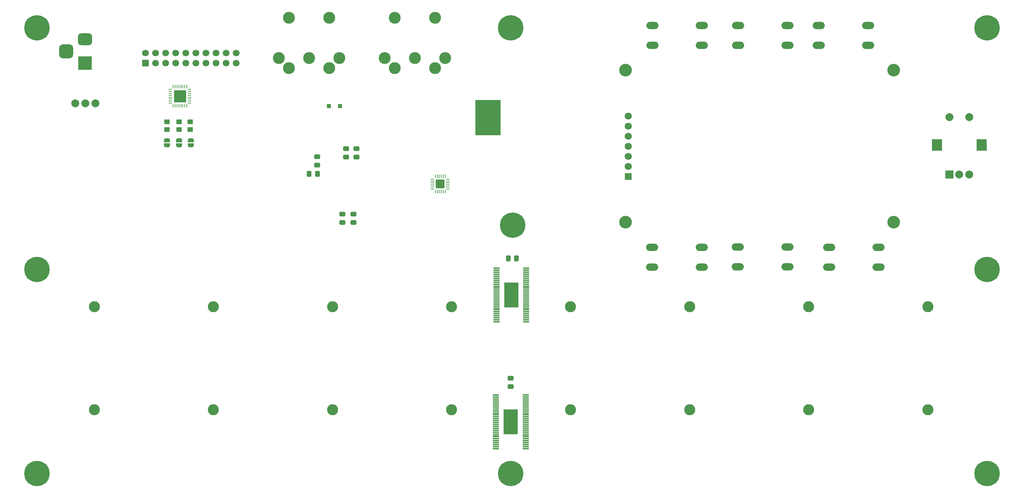
<source format=gbr>
%TF.GenerationSoftware,KiCad,Pcbnew,6.0.1-79c1e3a40b~116~ubuntu20.04.1*%
%TF.CreationDate,2022-02-10T02:08:20+00:00*%
%TF.ProjectId,BassStation_Sequencer_MidiInterface,42617373-5374-4617-9469-6f6e5f536571,B*%
%TF.SameCoordinates,Original*%
%TF.FileFunction,Soldermask,Bot*%
%TF.FilePolarity,Negative*%
%FSLAX46Y46*%
G04 Gerber Fmt 4.6, Leading zero omitted, Abs format (unit mm)*
G04 Created by KiCad (PCBNEW 6.0.1-79c1e3a40b~116~ubuntu20.04.1) date 2022-02-10 02:08:20*
%MOMM*%
%LPD*%
G01*
G04 APERTURE LIST*
G04 Aperture macros list*
%AMRoundRect*
0 Rectangle with rounded corners*
0 $1 Rounding radius*
0 $2 $3 $4 $5 $6 $7 $8 $9 X,Y pos of 4 corners*
0 Add a 4 corners polygon primitive as box body*
4,1,4,$2,$3,$4,$5,$6,$7,$8,$9,$2,$3,0*
0 Add four circle primitives for the rounded corners*
1,1,$1+$1,$2,$3*
1,1,$1+$1,$4,$5*
1,1,$1+$1,$6,$7*
1,1,$1+$1,$8,$9*
0 Add four rect primitives between the rounded corners*
20,1,$1+$1,$2,$3,$4,$5,0*
20,1,$1+$1,$4,$5,$6,$7,0*
20,1,$1+$1,$6,$7,$8,$9,0*
20,1,$1+$1,$8,$9,$2,$3,0*%
%AMFreePoly0*
4,1,22,0.500000,-0.750000,0.000000,-0.750000,0.000000,-0.745033,-0.079941,-0.743568,-0.215256,-0.701293,-0.333266,-0.622738,-0.424486,-0.514219,-0.481581,-0.384460,-0.499164,-0.250000,-0.500000,-0.250000,-0.500000,0.250000,-0.499164,0.250000,-0.499963,0.256109,-0.478152,0.396186,-0.417904,0.524511,-0.324060,0.630769,-0.204165,0.706417,-0.067858,0.745374,0.000000,0.744959,0.000000,0.750000,
0.500000,0.750000,0.500000,-0.750000,0.500000,-0.750000,$1*%
%AMFreePoly1*
4,1,20,0.000000,0.744959,0.073905,0.744508,0.209726,0.703889,0.328688,0.626782,0.421226,0.519385,0.479903,0.390333,0.500000,0.250000,0.500000,-0.250000,0.499851,-0.262216,0.476331,-0.402017,0.414519,-0.529596,0.319384,-0.634700,0.198574,-0.708877,0.061801,-0.746166,0.000000,-0.745033,0.000000,-0.750000,-0.500000,-0.750000,-0.500000,0.750000,0.000000,0.750000,0.000000,0.744959,
0.000000,0.744959,$1*%
G04 Aperture macros list end*
%ADD10C,2.800000*%
%ADD11C,0.800000*%
%ADD12C,6.400000*%
%ADD13C,3.000000*%
%ADD14RoundRect,0.250000X0.600000X-0.600000X0.600000X0.600000X-0.600000X0.600000X-0.600000X-0.600000X0*%
%ADD15C,1.700000*%
%ADD16R,3.500000X3.500000*%
%ADD17RoundRect,0.750000X-1.000000X0.750000X-1.000000X-0.750000X1.000000X-0.750000X1.000000X0.750000X0*%
%ADD18RoundRect,0.875000X-0.875000X0.875000X-0.875000X-0.875000X0.875000X-0.875000X0.875000X0.875000X0*%
%ADD19C,3.200000*%
%ADD20R,1.800000X1.800000*%
%ADD21C,1.800000*%
%ADD22C,2.000000*%
%ADD23O,3.048000X1.850000*%
%ADD24R,2.000000X2.000000*%
%ADD25R,2.500000X3.000000*%
%ADD26R,1.550000X0.300000*%
%ADD27R,3.610000X6.350000*%
%ADD28RoundRect,0.250000X-0.337500X-0.475000X0.337500X-0.475000X0.337500X0.475000X-0.337500X0.475000X0*%
%ADD29RoundRect,0.250000X0.475000X-0.337500X0.475000X0.337500X-0.475000X0.337500X-0.475000X-0.337500X0*%
%ADD30RoundRect,0.250000X-0.475000X0.337500X-0.475000X-0.337500X0.475000X-0.337500X0.475000X0.337500X0*%
%ADD31R,1.100000X1.100000*%
%ADD32RoundRect,0.250000X0.337500X0.475000X-0.337500X0.475000X-0.337500X-0.475000X0.337500X-0.475000X0*%
%ADD33RoundRect,0.249999X0.450001X-0.350001X0.450001X0.350001X-0.450001X0.350001X-0.450001X-0.350001X0*%
%ADD34FreePoly0,270.000000*%
%ADD35FreePoly1,270.000000*%
%ADD36RoundRect,0.062500X-0.375000X-0.062500X0.375000X-0.062500X0.375000X0.062500X-0.375000X0.062500X0*%
%ADD37RoundRect,0.062500X-0.062500X-0.375000X0.062500X-0.375000X0.062500X0.375000X-0.062500X0.375000X0*%
%ADD38R,3.100000X3.100000*%
%ADD39RoundRect,0.062500X0.062500X-0.375000X0.062500X0.375000X-0.062500X0.375000X-0.062500X-0.375000X0*%
%ADD40RoundRect,0.062500X0.375000X-0.062500X0.375000X0.062500X-0.375000X0.062500X-0.375000X-0.062500X0*%
%ADD41R,2.300000X2.300000*%
G04 APERTURE END LIST*
D10*
%TO.C,REF\u002A\u002A*%
X310832500Y-170624500D03*
%TD*%
%TO.C,REF\u002A\u002A*%
X280797000Y-170624500D03*
%TD*%
%TO.C,REF\u002A\u002A*%
X250825000Y-170624500D03*
%TD*%
%TO.C,REF\u002A\u002A*%
X220789500Y-170624500D03*
%TD*%
%TO.C,REF\u002A\u002A*%
X190817500Y-170624500D03*
%TD*%
%TO.C,REF\u002A\u002A*%
X160845500Y-170624500D03*
%TD*%
%TO.C,REF\u002A\u002A*%
X130810000Y-170624500D03*
%TD*%
%TO.C,REF\u002A\u002A*%
X100838000Y-170624500D03*
%TD*%
%TO.C,REF\u002A\u002A*%
X100838000Y-196659500D03*
%TD*%
%TO.C,REF\u002A\u002A*%
X130810000Y-196659500D03*
%TD*%
%TO.C,REF\u002A\u002A*%
X160845500Y-196659500D03*
%TD*%
D11*
%TO.C,REF\u002A\u002A*%
X327452056Y-102027056D03*
X324057944Y-98632944D03*
X327452056Y-98632944D03*
D12*
X325755000Y-100330000D03*
D11*
X323355000Y-100330000D03*
X325755000Y-97930000D03*
X324057944Y-102027056D03*
X328155000Y-100330000D03*
X325755000Y-102730000D03*
%TD*%
%TO.C,REF\u002A\u002A*%
X207437056Y-214422056D03*
X203340000Y-212725000D03*
X208140000Y-212725000D03*
X204042944Y-214422056D03*
X205740000Y-215125000D03*
X207437056Y-211027944D03*
X204042944Y-211027944D03*
D12*
X205740000Y-212725000D03*
D11*
X205740000Y-210325000D03*
%TD*%
D13*
%TO.C,J2*%
X173990000Y-107950000D03*
X181610000Y-107950000D03*
X189230000Y-107950000D03*
X176530000Y-110490000D03*
X186690000Y-110490000D03*
X176530000Y-97790000D03*
X186690000Y-97790000D03*
%TD*%
D14*
%TO.C,J4*%
X113665000Y-109220000D03*
D15*
X113665000Y-106680000D03*
X116205000Y-109220000D03*
X116205000Y-106680000D03*
X118745000Y-109220000D03*
X118745000Y-106680000D03*
X121285000Y-109220000D03*
X121285000Y-106680000D03*
X123825000Y-109220000D03*
X123825000Y-106680000D03*
X126365000Y-109220000D03*
X126365000Y-106680000D03*
X128905000Y-109220000D03*
X128905000Y-106680000D03*
X131445000Y-109220000D03*
X131445000Y-106680000D03*
X133985000Y-109220000D03*
X133985000Y-106680000D03*
X136525000Y-109220000D03*
X136525000Y-106680000D03*
%TD*%
D16*
%TO.C,J5*%
X98425000Y-109220000D03*
D17*
X98425000Y-103220000D03*
D18*
X93725000Y-106220000D03*
%TD*%
D19*
%TO.C,J8*%
X302260000Y-110998000D03*
X234696000Y-149288500D03*
X302260000Y-149352000D03*
X234696000Y-110998000D03*
D20*
X235331000Y-137795000D03*
D21*
X235331000Y-135255000D03*
X235331000Y-132715000D03*
X235331000Y-130175000D03*
X235331000Y-127635000D03*
X235331000Y-125095000D03*
X235331000Y-122555000D03*
%TD*%
D10*
%TO.C,REF\u002A\u002A*%
X310845200Y-196621400D03*
%TD*%
D11*
%TO.C,REF\u002A\u002A*%
X325755000Y-163690000D03*
D12*
X325755000Y-161290000D03*
D11*
X327452056Y-159592944D03*
X323355000Y-161290000D03*
X324057944Y-162987056D03*
X327452056Y-162987056D03*
X324057944Y-159592944D03*
X328155000Y-161290000D03*
X325755000Y-158890000D03*
%TD*%
D22*
%TO.C,SW3*%
X96012000Y-119380000D03*
X98552000Y-119380000D03*
X101092000Y-119380000D03*
%TD*%
D11*
%TO.C,REF\u002A\u002A*%
X327452056Y-211027944D03*
D12*
X325755000Y-212725000D03*
D11*
X325755000Y-215125000D03*
X328155000Y-212725000D03*
X327452056Y-214422056D03*
X324057944Y-211027944D03*
X325755000Y-210325000D03*
X324057944Y-214422056D03*
X323355000Y-212725000D03*
%TD*%
%TO.C,REF\u002A\u002A*%
X207945056Y-148416944D03*
X204550944Y-151811056D03*
X203848000Y-150114000D03*
X206248000Y-152514000D03*
D12*
X206248000Y-150114000D03*
D11*
X206248000Y-147714000D03*
X207945056Y-151811056D03*
X204550944Y-148416944D03*
X208648000Y-150114000D03*
%TD*%
D23*
%TO.C,SW5*%
X253890000Y-160655000D03*
X241390000Y-160655000D03*
X241390000Y-155655000D03*
X253890000Y-155655000D03*
%TD*%
D11*
%TO.C,REF\u002A\u002A*%
X88057056Y-162987056D03*
X86360000Y-163690000D03*
X84662944Y-162987056D03*
X88057056Y-159592944D03*
D12*
X86360000Y-161290000D03*
D11*
X83960000Y-161290000D03*
X84662944Y-159592944D03*
X86360000Y-158890000D03*
X88760000Y-161290000D03*
%TD*%
D23*
%TO.C,SW9*%
X298450000Y-160655000D03*
X285950000Y-160655000D03*
X298450000Y-155655000D03*
X285950000Y-155655000D03*
%TD*%
D10*
%TO.C,REF\u002A\u002A*%
X220802200Y-196621400D03*
%TD*%
%TO.C,REF\u002A\u002A*%
X250837700Y-196621400D03*
%TD*%
D23*
%TO.C,SW10*%
X275480000Y-160615000D03*
X262980000Y-160615000D03*
X262980000Y-155615000D03*
X275480000Y-155615000D03*
%TD*%
D11*
%TO.C,REF\u002A\u002A*%
X84662944Y-102027056D03*
D12*
X86360000Y-100330000D03*
D11*
X88057056Y-102027056D03*
X86360000Y-97930000D03*
X88760000Y-100330000D03*
X88057056Y-98632944D03*
X86360000Y-102730000D03*
X84662944Y-98632944D03*
X83960000Y-100330000D03*
%TD*%
D23*
%TO.C,SW8*%
X295820000Y-99735000D03*
X283320000Y-99735000D03*
X295820000Y-104735000D03*
X283320000Y-104735000D03*
%TD*%
D13*
%TO.C,J1*%
X147330000Y-107930000D03*
X154950000Y-107930000D03*
X162570000Y-107930000D03*
X149870000Y-110470000D03*
X160030000Y-110470000D03*
X160030000Y-97770000D03*
X149870000Y-97770000D03*
%TD*%
D10*
%TO.C,REF\u002A\u002A*%
X280809700Y-196621400D03*
%TD*%
D23*
%TO.C,SW6*%
X263000000Y-99735000D03*
X275500000Y-99735000D03*
X275500000Y-104735000D03*
X263000000Y-104735000D03*
%TD*%
D24*
%TO.C,SW1*%
X316270000Y-137314000D03*
D22*
X321270000Y-137314000D03*
X318770000Y-137314000D03*
D25*
X324370000Y-129814000D03*
X313170000Y-129814000D03*
D22*
X316270000Y-122814000D03*
X321270000Y-122814000D03*
%TD*%
D10*
%TO.C,REF\u002A\u002A*%
X190830200Y-196621400D03*
%TD*%
D11*
%TO.C,REF\u002A\u002A*%
X205740000Y-97930000D03*
X204042944Y-102027056D03*
X205740000Y-102730000D03*
X208140000Y-100330000D03*
X207437056Y-98632944D03*
D12*
X205740000Y-100330000D03*
D11*
X204042944Y-98632944D03*
X203340000Y-100330000D03*
X207437056Y-102027056D03*
%TD*%
D23*
%TO.C,SW4*%
X241410000Y-99735000D03*
X253910000Y-99735000D03*
X253910000Y-104735000D03*
X241410000Y-104735000D03*
%TD*%
D11*
%TO.C,REF\u002A\u002A*%
X84662944Y-214422056D03*
X84662944Y-211027944D03*
D12*
X86360000Y-212725000D03*
D11*
X83960000Y-212725000D03*
X88760000Y-212725000D03*
X88057056Y-211027944D03*
X88057056Y-214422056D03*
X86360000Y-210325000D03*
X86360000Y-215125000D03*
%TD*%
D26*
%TO.C,U36*%
X209490000Y-192957500D03*
X209490000Y-193457500D03*
X209490000Y-193957500D03*
X209490000Y-194457500D03*
X209490000Y-194957500D03*
X209490000Y-195457500D03*
X209490000Y-195957500D03*
X209490000Y-196457500D03*
X209490000Y-196957500D03*
X209490000Y-197457500D03*
X209490000Y-197957500D03*
X209490000Y-198457500D03*
X209490000Y-198957500D03*
X209490000Y-199457500D03*
X209490000Y-199957500D03*
X209490000Y-200457500D03*
X209490000Y-200957500D03*
X209490000Y-201457500D03*
X209490000Y-201957500D03*
X209490000Y-202457500D03*
X209490000Y-202957500D03*
X209490000Y-203457500D03*
X209490000Y-203957500D03*
X209490000Y-204457500D03*
X209490000Y-204957500D03*
X209490000Y-205457500D03*
X209490000Y-205957500D03*
X209490000Y-206457500D03*
X201990000Y-206457500D03*
X201990000Y-205957500D03*
X201990000Y-205457500D03*
X201990000Y-204957500D03*
X201990000Y-204457500D03*
X201990000Y-203957500D03*
X201990000Y-203457500D03*
X201990000Y-202957500D03*
X201990000Y-202457500D03*
X201990000Y-201957500D03*
X201990000Y-201457500D03*
X201990000Y-200957500D03*
X201990000Y-200457500D03*
X201990000Y-199957500D03*
X201990000Y-199457500D03*
X201990000Y-198957500D03*
X201990000Y-198457500D03*
X201990000Y-197957500D03*
X201990000Y-197457500D03*
X201990000Y-196957500D03*
X201990000Y-196457500D03*
X201990000Y-195957500D03*
X201990000Y-195457500D03*
X201990000Y-194957500D03*
X201990000Y-194457500D03*
X201990000Y-193957500D03*
X201990000Y-193457500D03*
X201990000Y-192957500D03*
D27*
X205740000Y-199707500D03*
%TD*%
D26*
%TO.C,U37*%
X209617000Y-160953500D03*
X209617000Y-161453500D03*
X209617000Y-161953500D03*
X209617000Y-162453500D03*
X209617000Y-162953500D03*
X209617000Y-163453500D03*
X209617000Y-163953500D03*
X209617000Y-164453500D03*
X209617000Y-164953500D03*
X209617000Y-165453500D03*
X209617000Y-165953500D03*
X209617000Y-166453500D03*
X209617000Y-166953500D03*
X209617000Y-167453500D03*
X209617000Y-167953500D03*
X209617000Y-168453500D03*
X209617000Y-168953500D03*
X209617000Y-169453500D03*
X209617000Y-169953500D03*
X209617000Y-170453500D03*
X209617000Y-170953500D03*
X209617000Y-171453500D03*
X209617000Y-171953500D03*
X209617000Y-172453500D03*
X209617000Y-172953500D03*
X209617000Y-173453500D03*
X209617000Y-173953500D03*
X209617000Y-174453500D03*
X202117000Y-174453500D03*
X202117000Y-173953500D03*
X202117000Y-173453500D03*
X202117000Y-172953500D03*
X202117000Y-172453500D03*
X202117000Y-171953500D03*
X202117000Y-171453500D03*
X202117000Y-170953500D03*
X202117000Y-170453500D03*
X202117000Y-169953500D03*
X202117000Y-169453500D03*
X202117000Y-168953500D03*
X202117000Y-168453500D03*
X202117000Y-167953500D03*
X202117000Y-167453500D03*
X202117000Y-166953500D03*
X202117000Y-166453500D03*
X202117000Y-165953500D03*
X202117000Y-165453500D03*
X202117000Y-164953500D03*
X202117000Y-164453500D03*
X202117000Y-163953500D03*
X202117000Y-163453500D03*
X202117000Y-162953500D03*
X202117000Y-162453500D03*
X202117000Y-161953500D03*
X202117000Y-161453500D03*
X202117000Y-160953500D03*
D27*
X205867000Y-167703500D03*
%TD*%
D28*
%TO.C,C9*%
X205083500Y-158496000D03*
X207158500Y-158496000D03*
%TD*%
D29*
%TO.C,C10*%
X205740000Y-190775500D03*
X205740000Y-188700500D03*
%TD*%
%TO.C,C22*%
X164211000Y-132863500D03*
X164211000Y-130788500D03*
%TD*%
D30*
%TO.C,C23*%
X166116000Y-147298500D03*
X166116000Y-149373500D03*
%TD*%
D31*
%TO.C,D2*%
X162690000Y-120015000D03*
X159890000Y-120015000D03*
%TD*%
D30*
%TO.C,R11*%
X156972000Y-132820500D03*
X156972000Y-134895500D03*
%TD*%
D32*
%TO.C,R12*%
X156993500Y-137160000D03*
X154918500Y-137160000D03*
%TD*%
D33*
%TO.C,R23*%
X122174000Y-125968000D03*
X122174000Y-123968000D03*
%TD*%
%TO.C,R24*%
X119126000Y-125968000D03*
X119126000Y-123968000D03*
%TD*%
D29*
%TO.C,C20*%
X166878000Y-132863500D03*
X166878000Y-130788500D03*
%TD*%
D34*
%TO.C,JP2*%
X122174000Y-128636000D03*
D35*
X122174000Y-129936000D03*
%TD*%
D34*
%TO.C,JP3*%
X119126000Y-128636000D03*
D35*
X119126000Y-129936000D03*
%TD*%
D33*
%TO.C,R22*%
X124968000Y-125968000D03*
X124968000Y-123968000D03*
%TD*%
D34*
%TO.C,JP1*%
X125095000Y-128636000D03*
D35*
X125095000Y-129936000D03*
%TD*%
D36*
%TO.C,U34*%
X119927000Y-119288500D03*
X119927000Y-118788500D03*
X119927000Y-118288500D03*
X119927000Y-117788500D03*
X119927000Y-117288500D03*
X119927000Y-116788500D03*
X119927000Y-116288500D03*
X119927000Y-115788500D03*
D37*
X120614500Y-115101000D03*
X121114500Y-115101000D03*
X121614500Y-115101000D03*
X122114500Y-115101000D03*
X122614500Y-115101000D03*
X123114500Y-115101000D03*
X123614500Y-115101000D03*
X124114500Y-115101000D03*
D36*
X124802000Y-115788500D03*
X124802000Y-116288500D03*
X124802000Y-116788500D03*
X124802000Y-117288500D03*
X124802000Y-117788500D03*
X124802000Y-118288500D03*
X124802000Y-118788500D03*
X124802000Y-119288500D03*
D37*
X124114500Y-119976000D03*
X123614500Y-119976000D03*
X123114500Y-119976000D03*
X122614500Y-119976000D03*
X122114500Y-119976000D03*
X121614500Y-119976000D03*
X121114500Y-119976000D03*
X120614500Y-119976000D03*
D38*
X122364500Y-117538500D03*
%TD*%
D30*
%TO.C,C21*%
X163322000Y-147298500D03*
X163322000Y-149373500D03*
%TD*%
D39*
%TO.C,U35*%
X189210000Y-141637500D03*
X188710000Y-141637500D03*
X188210000Y-141637500D03*
X187710000Y-141637500D03*
X187210000Y-141637500D03*
X186710000Y-141637500D03*
D40*
X186022500Y-140950000D03*
X186022500Y-140450000D03*
X186022500Y-139950000D03*
X186022500Y-139450000D03*
X186022500Y-138950000D03*
X186022500Y-138450000D03*
D39*
X186710000Y-137762500D03*
X187210000Y-137762500D03*
X187710000Y-137762500D03*
X188210000Y-137762500D03*
X188710000Y-137762500D03*
X189210000Y-137762500D03*
D40*
X189897500Y-138450000D03*
X189897500Y-138950000D03*
X189897500Y-139450000D03*
X189897500Y-139950000D03*
X189897500Y-140450000D03*
X189897500Y-140950000D03*
D41*
X187960000Y-139700000D03*
%TD*%
G36*
X203142121Y-118511002D02*
G01*
X203188614Y-118564658D01*
X203200000Y-118617000D01*
X203200000Y-127255000D01*
X203179998Y-127323121D01*
X203126342Y-127369614D01*
X203074000Y-127381000D01*
X196976000Y-127381000D01*
X196907879Y-127360998D01*
X196861386Y-127307342D01*
X196850000Y-127255000D01*
X196850000Y-118617000D01*
X196870002Y-118548879D01*
X196923658Y-118502386D01*
X196976000Y-118491000D01*
X203074000Y-118491000D01*
X203142121Y-118511002D01*
G37*
M02*

</source>
